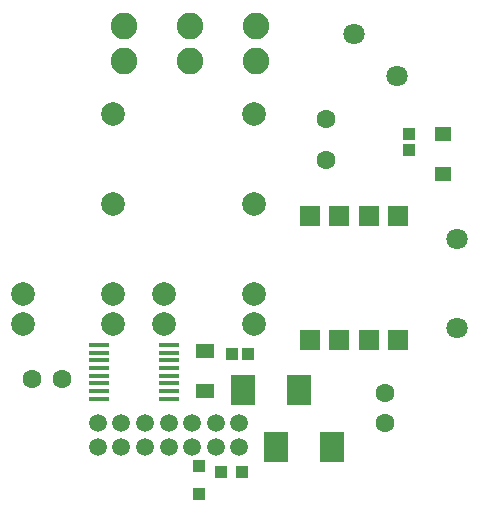
<source format=gtp>
G04 #@! TF.GenerationSoftware,KiCad,Pcbnew,5.1.5-52549c5~84~ubuntu18.04.1*
G04 #@! TF.CreationDate,2020-02-13T12:19:30+02:00*
G04 #@! TF.ProjectId,NRF52832_Touch_Switch_Power_Supply,4e524635-3238-4333-925f-546f7563685f,rev?*
G04 #@! TF.SameCoordinates,Original*
G04 #@! TF.FileFunction,Paste,Top*
G04 #@! TF.FilePolarity,Positive*
%FSLAX46Y46*%
G04 Gerber Fmt 4.6, Leading zero omitted, Abs format (unit mm)*
G04 Created by KiCad (PCBNEW 5.1.5-52549c5~84~ubuntu18.04.1) date 2020-02-13 12:19:30*
%MOMM*%
%LPD*%
G04 APERTURE LIST*
%ADD10R,2.000000X2.500000*%
%ADD11R,1.778000X1.778000*%
%ADD12C,1.800000*%
%ADD13C,2.250000*%
%ADD14C,1.600000*%
%ADD15R,1.500000X1.300000*%
%ADD16R,1.000000X1.000000*%
%ADD17R,1.000000X1.100000*%
%ADD18C,2.000000*%
%ADD19R,1.803000X0.406000*%
%ADD20R,1.400000X1.200000*%
%ADD21R,1.100000X1.000000*%
%ADD22C,1.500000*%
G04 APERTURE END LIST*
D10*
X123660000Y-75819000D03*
X118960000Y-75819000D03*
D11*
X129301000Y-66746000D03*
X126801000Y-66746000D03*
X124301000Y-66746000D03*
X121801000Y-66746000D03*
X121801000Y-56246000D03*
X124301000Y-56246000D03*
X126801000Y-56246000D03*
X129301000Y-56246000D03*
D12*
X129177051Y-44468051D03*
X125584949Y-40875949D03*
D13*
X111633000Y-40156000D03*
X111633000Y-43156000D03*
X117221000Y-40156000D03*
X117221000Y-43156000D03*
D14*
X128143000Y-71247000D03*
X128143000Y-73787000D03*
X98298000Y-70104000D03*
X100838000Y-70104000D03*
D13*
X106045000Y-40156000D03*
X106045000Y-43156000D03*
D14*
X123190000Y-48062000D03*
X123190000Y-51562000D03*
D12*
X134239000Y-65726000D03*
X134239000Y-58226000D03*
D15*
X112903000Y-71120000D03*
X112903000Y-67720000D03*
D10*
X120866000Y-70993000D03*
X116166000Y-70993000D03*
D16*
X112395000Y-79813000D03*
X112395000Y-77413000D03*
D17*
X116089000Y-77978000D03*
X114289000Y-77978000D03*
D18*
X105171000Y-65405000D03*
X105171000Y-62865000D03*
X105171000Y-47625000D03*
X105171000Y-55245000D03*
X97551000Y-62865000D03*
X97551000Y-65405000D03*
X117109000Y-65405000D03*
X117109000Y-62865000D03*
X117109000Y-47625000D03*
X117109000Y-55245000D03*
X109489000Y-62865000D03*
X109489000Y-65405000D03*
D17*
X115189000Y-67945000D03*
X116589000Y-67945000D03*
D19*
X103934000Y-71744000D03*
X103934000Y-71094000D03*
X103934000Y-70444000D03*
X103934000Y-69794000D03*
X103934000Y-69144000D03*
X103934000Y-68494000D03*
X103934000Y-67844000D03*
X103934000Y-67194000D03*
X109934000Y-67194000D03*
X109934000Y-67844000D03*
X109934000Y-68494000D03*
X109934000Y-69144000D03*
X109934000Y-69794000D03*
X109934000Y-70444000D03*
X109934000Y-71094000D03*
X109934000Y-71744000D03*
D20*
X133096000Y-52754000D03*
X133096000Y-49354000D03*
D21*
X130175000Y-50738000D03*
X130175000Y-49338000D03*
D22*
X115855000Y-73841000D03*
X115855000Y-75841000D03*
X113855000Y-73841000D03*
X113855000Y-75841000D03*
X111855000Y-73841000D03*
X111855000Y-75841000D03*
X109855000Y-73841000D03*
X109855000Y-75841000D03*
X107855000Y-73841000D03*
X107855000Y-75841000D03*
X105855000Y-73841000D03*
X105855000Y-75841000D03*
X103855000Y-73841000D03*
X103855000Y-75841000D03*
M02*

</source>
